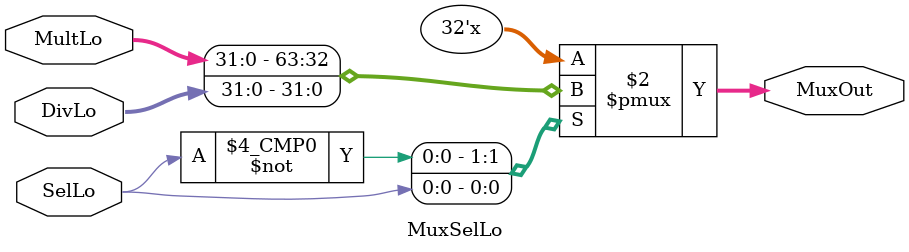
<source format=v>
module MuxSelLo (SelLo, MultLo, DivLo, MuxOut);

input SelLo;
input [31:0] MultLo;
input [31:0] DivLo;
output reg [31:0] MuxOut;

always @(SelLo)
begin

case(SelLo)
1'd0: MuxOut <= MultLo;
1'd1: MuxOut <= DivLo;
endcase

end
endmodule

</source>
